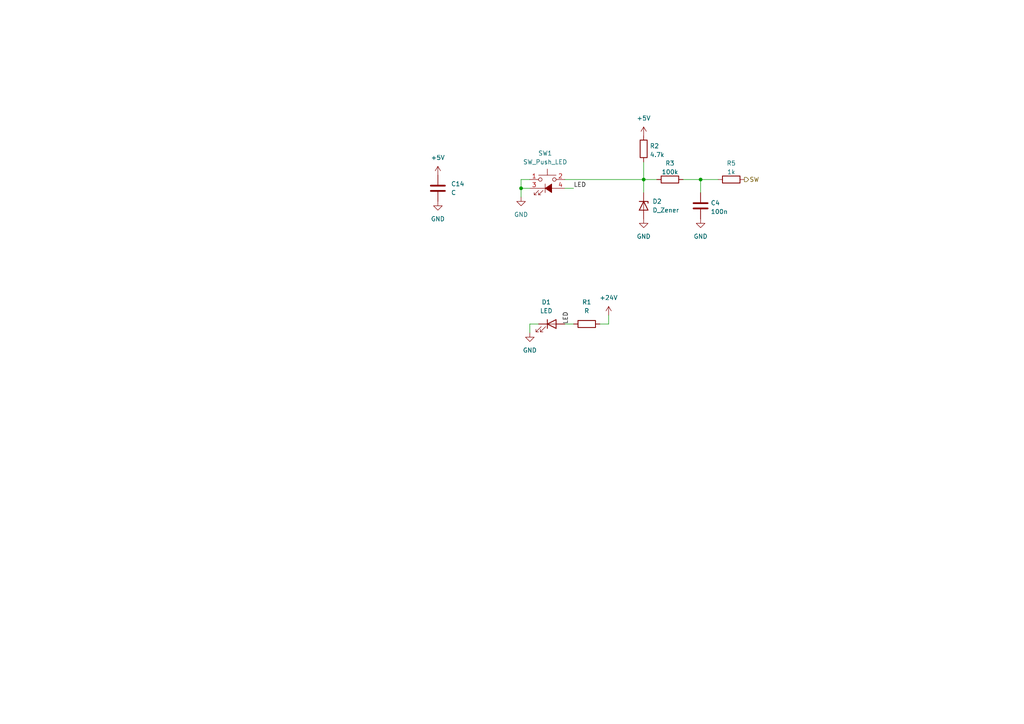
<source format=kicad_sch>
(kicad_sch (version 20230121) (generator eeschema)
  (paper "A4")
  (lib_symbols
    (symbol "Device:C" (pin_numbers hide) (pin_names (offset 0.254))
      (property "Reference" "C" (at 0.635 2.54 0))
      (property "Value" "C" (at 0.635 -2.54 0))
      (symbol "C_0_1"
        (polyline (pts (xy -2.032 -0.762) (xy 2.032 -0.762)) (stroke (width 0.508)))
        (polyline (pts (xy -2.032 0.762) (xy 2.032 0.762)) (stroke (width 0.508)))
      )
      (symbol "C_1_1"
        (pin passive line (at 0 3.81 270) (length 2.794) (name "~") (number "1"))
        (pin passive line (at 0 -3.81 90) (length 2.794) (name "~") (number "2"))
      )
    )
    (symbol "Device:D_Zener" (pin_numbers hide) (pin_names (offset 1.016) hide)
      (property "Reference" "D" (at 0 2.54 0))
      (property "Value" "D_Zener" (at 0 -2.54 0))
      (symbol "D_Zener_0_1"
        (polyline (pts (xy 1.27 0) (xy -1.27 0)))
        (polyline (pts (xy -1.27 -1.27) (xy -1.27 1.27) (xy -0.762 1.27)) (stroke (width 0.254)))
        (polyline (pts (xy 1.27 -1.27) (xy 1.27 1.27) (xy -1.27 0) (xy 1.27 -1.27)) (stroke (width 0.254)))
      )
      (symbol "D_Zener_1_1"
        (pin passive line (at -3.81 0 0) (length 2.54) (name "K") (number "1"))
        (pin passive line (at 3.81 0 180) (length 2.54) (name "A") (number "2"))
      )
    )
    (symbol "Device:LED" (pin_numbers hide) (pin_names (offset 1.016) hide)
      (property "Reference" "D" (at 0 2.54 0))
      (property "Value" "LED" (at 0 -2.54 0))
      (symbol "LED_0_1"
        (polyline (pts (xy -1.27 -1.27) (xy -1.27 1.27)) (stroke (width 0.254)))
        (polyline (pts (xy -1.27 0) (xy 1.27 0)))
        (polyline (pts (xy 1.27 -1.27) (xy 1.27 1.27) (xy -1.27 0) (xy 1.27 -1.27)) (stroke (width 0.254)))
        (polyline (pts (xy -3.048 -0.762) (xy -4.572 -2.286) (xy -3.81 -2.286) (xy -4.572 -2.286) (xy -4.572 -1.524)))
        (polyline (pts (xy -1.778 -0.762) (xy -3.302 -2.286) (xy -2.54 -2.286) (xy -3.302 -2.286) (xy -3.302 -1.524)))
      )
      (symbol "LED_1_1"
        (pin passive line (at -3.81 0 0) (length 2.54) (name "K") (number "1"))
        (pin passive line (at 3.81 0 180) (length 2.54) (name "A") (number "2"))
      )
    )
    (symbol "Device:R" (pin_numbers hide) (pin_names (offset 0))
      (property "Reference" "R" (at 2.032 0 90))
      (property "Value" "R" (at 0 0 90))
      (symbol "R_0_1"
        (rectangle (start -1.016 -2.54) (end 1.016 2.54) (stroke (width 0.254)))
      )
      (symbol "R_1_1"
        (pin passive line (at 0 3.81 270) (length 1.27) (name "~") (number "1"))
        (pin passive line (at 0 -3.81 90) (length 1.27) (name "~") (number "2"))
      )
    )
    (symbol "Switch:SW_Push_LED" (pin_names (offset 1.016) hide)
      (property "Reference" "SW" (at 0.635 5.715 0))
      (property "Value" "SW_Push_LED" (at 0 -3.175 0))
      (symbol "SW_Push_LED_0_0"
        (polyline (pts (xy -3.81 -1.905) (xy -2.54 -0.635)))
        (polyline (pts (xy -2.54 -1.905) (xy -1.27 -0.635)))
        (polyline (pts (xy -2.54 0) (xy 2.54 0)))
        (polyline (pts (xy -0.635 1.27) (xy -0.635 -1.27)))
        (polyline (pts (xy -3.81 -1.27) (xy -3.81 -1.905) (xy -3.175 -1.905)))
        (polyline (pts (xy -2.54 -1.27) (xy -2.54 -1.905) (xy -1.905 -1.905)))
        (polyline (pts (xy -0.635 0) (xy 1.27 1.27) (xy 1.27 -1.27) (xy -0.635 0)) (fill (type outline)))
      )
      (symbol "SW_Push_LED_0_1"
        (circle (center -2.032 2.54) (radius 0.508))
        (polyline (pts (xy 0 3.81) (xy 0 5.588)))
        (polyline (pts (xy 2.54 3.81) (xy -2.54 3.81)))
        (circle (center 2.032 2.54) (radius 0.508))
        (pin passive line (at -5.08 2.54 0) (length 2.54) (name "1") (number "1"))
        (pin passive line (at 5.08 2.54 180) (length 2.54) (name "2") (number "2"))
        (pin passive line (at -5.08 0 0) (length 2.54) (name "K") (number "3"))
        (pin passive line (at 5.08 0 180) (length 2.54) (name "A") (number "4"))
      )
    )
    (symbol "power:+24V" (power) (pin_names (offset 0))
      (property "Value" "+24V" (at 0 3.556 0))
      (symbol "+24V_0_1"
        (polyline (pts (xy -0.762 1.27) (xy 0 2.54)))
        (polyline (pts (xy 0 0) (xy 0 2.54)))
        (polyline (pts (xy 0 2.54) (xy 0.762 1.27)))
      )
      (symbol "+24V_1_1"
        (pin power_in line (at 0 0 90) (length 0) hide (name "+24V") (number "1"))
      )
    )
    (symbol "power:+5V" (power) (pin_names (offset 0))
      (property "Value" "+5V" (at 0 3.556 0))
      (symbol "+5V_0_1"
        (polyline (pts (xy -0.762 1.27) (xy 0 2.54)))
        (polyline (pts (xy 0 0) (xy 0 2.54)))
        (polyline (pts (xy 0 2.54) (xy 0.762 1.27)))
      )
      (symbol "+5V_1_1"
        (pin power_in line (at 0 0 90) (length 0) hide (name "+5V") (number "1"))
      )
    )
    (symbol "power:GND" (power) (pin_names (offset 0))
      (property "Value" "GND" (at 0 -3.81 0))
      (symbol "GND_0_1"
        (polyline (pts (xy 0 0) (xy 0 -1.27) (xy 1.27 -1.27) (xy 0 -2.54) (xy -1.27 -1.27) (xy 0 -1.27)))
      )
      (symbol "GND_1_1"
        (pin power_in line (at 0 0 270) (length 0) hide (name "GND") (number "1"))
      )
    )
  )
  (junction (at 151.13 54.61))
  (junction (at 186.69 52.07))
  (junction (at 203.2 52.07))
  (wire (pts (xy 176.53 93.98) (xy 173.99 93.98)))
  (wire (pts (xy 203.2 52.07) (xy 208.28 52.07)))
  (wire (pts (xy 153.67 93.98) (xy 156.21 93.98)))
  (wire (pts (xy 151.13 54.61) (xy 153.67 54.61)))
  (wire (pts (xy 163.83 93.98) (xy 166.37 93.98)))
  (wire (pts (xy 163.83 54.61) (xy 166.37 54.61)))
  (wire (pts (xy 151.13 57.15) (xy 151.13 54.61)))
  (wire (pts (xy 153.67 52.07) (xy 151.13 52.07)))
  (wire (pts (xy 186.69 46.99) (xy 186.69 52.07)))
  (wire (pts (xy 151.13 52.07) (xy 151.13 54.61)))
  (wire (pts (xy 203.2 55.88) (xy 203.2 52.07)))
  (wire (pts (xy 203.2 52.07) (xy 198.12 52.07)))
  (wire (pts (xy 186.69 52.07) (xy 186.69 55.88)))
  (wire (pts (xy 163.83 52.07) (xy 186.69 52.07)))
  (wire (pts (xy 186.69 52.07) (xy 190.5 52.07)))
  (wire (pts (xy 153.67 96.52) (xy 153.67 93.98)))
  (wire (pts (xy 176.53 91.44) (xy 176.53 93.98)))
  (label "LED" (at 165.1 93.98 90))
  (label "LED" (at 166.37 54.61 0))
  (hierarchical_label "SW" (shape output) (at 215.9 52.07 0))
  (symbol (lib_id "Switch:SW_Push_LED") (at 158.75 54.61 0) (unit 1)
    (property "Reference" "SW1" (at 158.115 44.45 0))
    (property "Value" "SW_Push_LED" (at 158.115 46.99 0))
    (property "Footprint" "Library:SW_PUSH-12mm_LED" (effects hide))
  )
  (symbol (lib_id "Device:LED") (at 160.02 93.98 0) (unit 1)
    (property "Reference" "D1" (at 158.4325 87.63 0))
    (property "Value" "LED" (at 158.4325 90.17 0))
    (property "Footprint" "LED_THT:LED_D5.0mm_Clear" (effects hide))
  )
  (symbol (lib_id "power:+24V") (at 176.53 91.44 0) (unit 1)
    (property "Reference" "#PWR0104" (effects hide))
    (property "Value" "+24V" (at 176.53 86.36 0))
  )
  (symbol (lib_id "Device:C") (at 127 54.61 0) (unit 1)
    (property "Reference" "C14" (at 130.81 53.3399 0) (effects (justify left)))
    (property "Value" "C" (at 130.81 55.8799 0) (effects (justify left)))
    (property "Footprint" "Capacitor_SMD:C_0603_1608Metric_Pad1.08x0.95mm_HandSolder" (effects hide))
  )
  (symbol (lib_id "power:+5V") (at 186.69 39.37 0) (unit 1)
    (property "Reference" "#PWR0110" (effects hide))
    (property "Value" "+5V" (at 186.69 34.29 0))
  )
  (symbol (lib_id "Device:R") (at 212.09 52.07 90) (unit 1)
    (property "Reference" "R5" (at 212.09 47.3542 90))
    (property "Value" "1k" (at 212.09 49.8911 90))
    (property "Footprint" "Resistor_SMD:R_0603_1608Metric_Pad0.98x0.95mm_HandSolder" (effects hide))
  )
  (symbol (lib_id "power:GND") (at 203.2 63.5 0) (unit 1)
    (property "Reference" "#PWR0111" (effects hide))
    (property "Value" "GND" (at 203.2 68.58 0))
  )
  (symbol (lib_id "Device:C") (at 203.2 59.69 0) (unit 1)
    (property "Reference" "C4" (at 206.121 58.8553 0) (effects (justify left)))
    (property "Value" "100n" (at 206.121 61.3922 0) (effects (justify left)))
    (property "Footprint" "Capacitor_SMD:C_0603_1608Metric_Pad1.08x0.95mm_HandSolder" (effects hide))
  )
  (symbol (lib_id "power:GND") (at 151.13 57.15 0) (unit 1)
    (property "Reference" "#PWR0101" (effects hide))
    (property "Value" "GND" (at 151.13 62.23 0))
  )
  (symbol (lib_id "Device:R") (at 170.18 93.98 90) (unit 1)
    (property "Reference" "R1" (at 170.18 87.63 90))
    (property "Value" "R" (at 170.18 90.17 90))
    (property "Footprint" "Resistor_SMD:R_0603_1608Metric_Pad0.98x0.95mm_HandSolder" (effects hide))
  )
  (symbol (lib_id "Device:D_Zener") (at 186.69 59.69 270) (unit 1)
    (property "Reference" "D2" (at 189.23 58.4199 90) (effects (justify left)))
    (property "Value" "D_Zener" (at 189.23 60.9599 90) (effects (justify left)))
    (property "Footprint" "Diode_SMD:Nexperia_CFP3_SOD-123W" (effects hide))
  )
  (symbol (lib_id "Device:R") (at 194.31 52.07 90) (unit 1)
    (property "Reference" "R3" (at 194.31 47.3542 90))
    (property "Value" "100k" (at 194.31 49.8911 90))
    (property "Footprint" "Resistor_SMD:R_0603_1608Metric_Pad0.98x0.95mm_HandSolder" (effects hide))
  )
  (symbol (lib_id "power:GND") (at 186.69 63.5 0) (unit 1)
    (property "Reference" "#PWR0112" (effects hide))
    (property "Value" "GND" (at 186.69 68.58 0))
  )
  (symbol (lib_id "power:GND") (at 127 58.42 0) (unit 1)
    (property "Reference" "#PWR0140" (effects hide))
    (property "Value" "GND" (at 127 63.5 0))
  )
  (symbol (lib_id "power:+5V") (at 127 50.8 0) (unit 1)
    (property "Reference" "#PWR0141" (effects hide))
    (property "Value" "+5V" (at 127 45.72 0))
  )
  (symbol (lib_id "power:GND") (at 153.67 96.52 0) (unit 1)
    (property "Reference" "#PWR0109" (effects hide))
    (property "Value" "GND" (at 153.67 101.6 0))
  )
  (symbol (lib_id "Device:R") (at 186.69 43.18 180) (unit 1)
    (property "Reference" "R2" (at 188.468 42.3453 0) (effects (justify right)))
    (property "Value" "4.7k" (at 188.468 44.8822 0) (effects (justify right)))
    (property "Footprint" "Resistor_SMD:R_0603_1608Metric_Pad0.98x0.95mm_HandSolder" (effects hide))
  )
)
</source>
